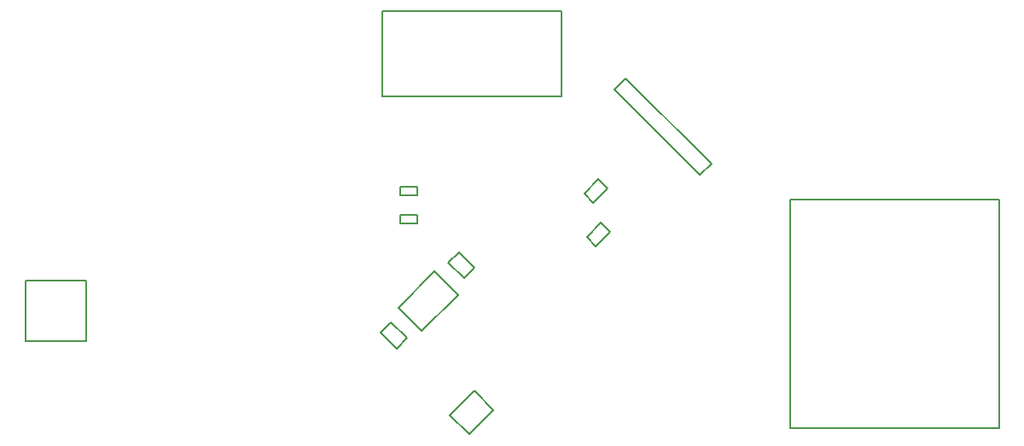
<source format=gbr>
%TF.GenerationSoftware,Altium Limited,Altium Designer,23.6.0 (18)*%
G04 Layer_Color=8388736*
%FSLAX25Y25*%
%MOIN*%
%TF.SameCoordinates,9FC677E3-0757-43A4-AD8A-435CCD31EDD7*%
%TF.FilePolarity,Positive*%
%TF.FileFunction,Other,Top_3D_Body*%
%TF.Part,Single*%
G01*
G75*
%TA.AperFunction,NonConductor*%
%ADD61C,0.00787*%
D61*
X48189Y88189D02*
Y111811D01*
X71811D01*
Y88189D02*
Y111811D01*
X48189Y88189D02*
X71811D01*
X186992Y91363D02*
X193117Y85239D01*
X186992Y91363D02*
X191029Y95400D01*
X197154Y89275D01*
X193117Y85239D02*
X197154Y89275D01*
X187461Y183630D02*
X257539D01*
X187461D02*
Y217095D01*
X257539D01*
Y183630D02*
Y217095D01*
X202994Y92039D02*
X217192Y106237D01*
X193808Y101226D02*
X202994Y92039D01*
X193808Y101226D02*
X208005Y115424D01*
X217192Y106237D01*
X194701Y148526D02*
X201394D01*
Y144983D02*
Y148526D01*
X194701Y144983D02*
X201394D01*
X194701D02*
Y148526D01*
Y137526D02*
X201394D01*
Y133983D02*
Y137526D01*
X194701Y133983D02*
X201394D01*
X194701D02*
Y137526D01*
X217456Y122812D02*
X223581Y116687D01*
X219544Y112651D02*
X223581Y116687D01*
X213419Y118775D02*
X219544Y112651D01*
X213419Y118775D02*
X217456Y122812D01*
X214009Y59170D02*
X223474Y68635D01*
X230991Y61119D01*
X221526Y51654D02*
X230991Y61119D01*
X214009Y59170D02*
X221526Y51654D01*
X266476Y145711D02*
X272044Y151278D01*
X266476Y145711D02*
X269956Y142231D01*
X275524Y147799D01*
X272044Y151278D02*
X275524Y147799D01*
X267476Y128711D02*
X273044Y134278D01*
X267476Y128711D02*
X270956Y125231D01*
X276524Y130799D01*
X273044Y134278D02*
X276524Y130799D01*
X278211Y186372D02*
X311617Y152965D01*
X316143Y157491D01*
X282736Y190897D02*
X316143Y157491D01*
X278211Y186372D02*
X282736Y190897D01*
X347008Y143504D02*
X428504D01*
Y54134D02*
Y143504D01*
X347008Y54134D02*
X428504D01*
X347008D02*
Y143504D01*
%TF.MD5,5d833a11f08d424dcbf9ebe1913d753b*%
M02*

</source>
